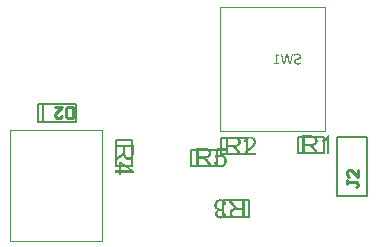
<source format=gm1>
G04*
G04 #@! TF.GenerationSoftware,Altium Limited,Altium Designer,21.6.4 (81)*
G04*
G04 Layer_Color=16711935*
%FSLAX44Y44*%
%MOMM*%
G71*
G04*
G04 #@! TF.SameCoordinates,8A05593B-3552-4C3B-B2EF-5CC55372FEEF*
G04*
G04*
G04 #@! TF.FilePolarity,Positive*
G04*
G01*
G75*
%ADD11C,0.1000*%
%ADD12C,0.2000*%
%ADD13C,0.2540*%
G36*
X232083Y202166D02*
X230737D01*
X228962Y209655D01*
X227118Y202166D01*
X225772D01*
X223498Y211195D01*
X224677D01*
X226494Y203609D01*
X228310Y211195D01*
X229531D01*
X231334Y203720D01*
X233151Y211195D01*
X234385D01*
X232083Y202166D01*
D02*
G37*
G36*
X220156Y210973D02*
X220211Y210751D01*
X220294Y210585D01*
X220378Y210446D01*
X220475Y210349D01*
X220544Y210279D01*
X220600Y210238D01*
X220613Y210224D01*
X220794Y210141D01*
X221016Y210071D01*
X221238Y210030D01*
X221459Y209988D01*
X221654Y209974D01*
X221820Y209960D01*
X221973D01*
Y209142D01*
X220336D01*
Y203082D01*
X221973D01*
Y202166D01*
X217576D01*
Y203082D01*
X219171D01*
Y211222D01*
X220114D01*
X220156Y210973D01*
D02*
G37*
G36*
X238143Y211347D02*
X238365Y211333D01*
X238795Y211250D01*
X238989Y211195D01*
X239169Y211125D01*
X239336Y211056D01*
X239488Y210987D01*
X239627Y210917D01*
X239738Y210848D01*
X239849Y210793D01*
X239932Y210723D01*
X240002Y210682D01*
X240043Y210640D01*
X240071Y210626D01*
X240085Y210612D01*
X240237Y210474D01*
X240362Y210321D01*
X240473Y210168D01*
X240570Y210002D01*
X240653Y209849D01*
X240723Y209697D01*
X240820Y209406D01*
X240889Y209156D01*
X240903Y209045D01*
X240917Y208948D01*
X240931Y208879D01*
Y208823D01*
Y208782D01*
Y208768D01*
X240917Y208574D01*
X240903Y208407D01*
X240875Y208241D01*
X240847Y208102D01*
X240820Y207991D01*
X240806Y207908D01*
X240778Y207852D01*
Y207839D01*
X240709Y207700D01*
X240639Y207561D01*
X240570Y207436D01*
X240501Y207339D01*
X240445Y207256D01*
X240390Y207187D01*
X240362Y207145D01*
X240348Y207131D01*
X240126Y206937D01*
X239918Y206785D01*
X239821Y206729D01*
X239752Y206688D01*
X239710Y206660D01*
X239696Y206646D01*
X239405Y206521D01*
X239266Y206466D01*
X239128Y206424D01*
X239017Y206382D01*
X238934Y206369D01*
X238864Y206341D01*
X238850D01*
X238670Y206285D01*
X238504Y206244D01*
X238351Y206216D01*
X238226Y206174D01*
X238129Y206147D01*
X238046Y206133D01*
X238004Y206119D01*
X237990D01*
X237727Y206063D01*
X237588Y206022D01*
X237477Y205994D01*
X237367Y205966D01*
X237283Y205952D01*
X237228Y205925D01*
X237214D01*
X237006Y205855D01*
X236840Y205772D01*
X236687Y205689D01*
X236576Y205606D01*
X236479Y205536D01*
X236423Y205467D01*
X236382Y205425D01*
X236368Y205412D01*
X236271Y205273D01*
X236201Y205134D01*
X236160Y204996D01*
X236118Y204857D01*
X236104Y204732D01*
X236091Y204635D01*
Y204566D01*
Y204538D01*
X236118Y204302D01*
X236174Y204080D01*
X236257Y203900D01*
X236340Y203734D01*
X236437Y203609D01*
X236521Y203512D01*
X236576Y203456D01*
X236604Y203442D01*
X236812Y203304D01*
X237061Y203207D01*
X237311Y203137D01*
X237547Y203096D01*
X237769Y203068D01*
X237866Y203054D01*
X237949Y203040D01*
X238115D01*
X238379Y203054D01*
X238642Y203082D01*
X238892Y203137D01*
X239114Y203193D01*
X239294Y203234D01*
X239447Y203290D01*
X239502Y203304D01*
X239544Y203318D01*
X239558Y203331D01*
X239571D01*
X239849Y203456D01*
X240098Y203595D01*
X240320Y203747D01*
X240528Y203886D01*
X240695Y204011D01*
X240806Y204108D01*
X240889Y204177D01*
X240903Y204205D01*
X241000D01*
Y202693D01*
X240542Y202499D01*
X240334Y202402D01*
X240126Y202333D01*
X239960Y202277D01*
X239821Y202236D01*
X239780Y202222D01*
X239738Y202208D01*
X239724Y202194D01*
X239710D01*
X239433Y202125D01*
X239156Y202083D01*
X238878Y202042D01*
X238615Y202028D01*
X238379Y202014D01*
X238282Y202000D01*
X238032D01*
X237741Y202014D01*
X237477Y202028D01*
X237242Y202069D01*
X237034Y202111D01*
X236881Y202139D01*
X236756Y202180D01*
X236687Y202194D01*
X236659Y202208D01*
X236451Y202291D01*
X236271Y202388D01*
X236104Y202499D01*
X235952Y202596D01*
X235841Y202680D01*
X235744Y202749D01*
X235688Y202804D01*
X235674Y202818D01*
X235536Y202957D01*
X235411Y203096D01*
X235314Y203248D01*
X235217Y203373D01*
X235161Y203498D01*
X235106Y203595D01*
X235078Y203650D01*
X235064Y203678D01*
X234995Y203872D01*
X234939Y204066D01*
X234898Y204247D01*
X234870Y204399D01*
X234856Y204538D01*
X234842Y204649D01*
Y204704D01*
Y204732D01*
X234856Y205037D01*
X234912Y205315D01*
X234981Y205550D01*
X235064Y205758D01*
X235147Y205925D01*
X235217Y206049D01*
X235272Y206119D01*
X235286Y206147D01*
X235466Y206355D01*
X235674Y206521D01*
X235910Y206674D01*
X236132Y206798D01*
X236326Y206882D01*
X236493Y206951D01*
X236562Y206979D01*
X236604Y206993D01*
X236631Y207006D01*
X236645D01*
X236784Y207048D01*
X236936Y207090D01*
X237089Y207131D01*
X237242Y207173D01*
X237367Y207201D01*
X237463Y207228D01*
X237533Y207242D01*
X237561D01*
X237755Y207298D01*
X237935Y207339D01*
X238102Y207381D01*
X238240Y207409D01*
X238351Y207436D01*
X238434Y207464D01*
X238490Y207478D01*
X238504D01*
X238712Y207547D01*
X238892Y207631D01*
X239044Y207714D01*
X239169Y207797D01*
X239266Y207866D01*
X239336Y207922D01*
X239377Y207963D01*
X239391Y207977D01*
X239488Y208116D01*
X239558Y208269D01*
X239613Y208421D01*
X239641Y208560D01*
X239669Y208698D01*
X239683Y208796D01*
Y208865D01*
Y208893D01*
X239655Y209114D01*
X239599Y209322D01*
X239516Y209503D01*
X239419Y209641D01*
X239336Y209766D01*
X239253Y209849D01*
X239197Y209905D01*
X239169Y209919D01*
X238961Y210058D01*
X238739Y210155D01*
X238517Y210224D01*
X238296Y210266D01*
X238102Y210307D01*
X237949Y210321D01*
X237810D01*
X237533Y210307D01*
X237283Y210279D01*
X237034Y210224D01*
X236826Y210168D01*
X236645Y210113D01*
X236507Y210058D01*
X236465Y210044D01*
X236423Y210030D01*
X236409Y210016D01*
X236396D01*
X236146Y209905D01*
X235938Y209794D01*
X235744Y209669D01*
X235591Y209572D01*
X235453Y209475D01*
X235369Y209406D01*
X235300Y209350D01*
X235286Y209336D01*
X235189D01*
Y210765D01*
X235633Y210959D01*
X235841Y211028D01*
X236035Y211098D01*
X236201Y211139D01*
X236340Y211181D01*
X236423Y211209D01*
X236451D01*
X236715Y211264D01*
X236964Y211292D01*
X237200Y211320D01*
X237422Y211347D01*
X237616D01*
X237769Y211361D01*
X237894D01*
X238143Y211347D01*
D02*
G37*
G36*
X198011Y141059D02*
X198196Y141036D01*
X198427Y141012D01*
X198682Y140966D01*
X198936Y140920D01*
X199538Y140758D01*
X200139Y140527D01*
X200440Y140388D01*
X200741Y140226D01*
X201019Y140017D01*
X201273Y139786D01*
X201296Y139763D01*
X201343Y139740D01*
X201389Y139647D01*
X201481Y139555D01*
X201597Y139439D01*
X201713Y139277D01*
X201829Y139115D01*
X201967Y138907D01*
X202199Y138467D01*
X202430Y137912D01*
X202523Y137634D01*
X202569Y137310D01*
X202615Y136986D01*
X202638Y136639D01*
Y136593D01*
Y136477D01*
X202615Y136292D01*
X202592Y136038D01*
X202546Y135760D01*
X202453Y135436D01*
X202361Y135089D01*
X202222Y134742D01*
X202199Y134695D01*
X202153Y134580D01*
X202060Y134395D01*
X201921Y134140D01*
X201736Y133862D01*
X201505Y133515D01*
X201227Y133168D01*
X200903Y132775D01*
X200857Y132729D01*
X200741Y132590D01*
X200625Y132474D01*
X200510Y132358D01*
X200371Y132219D01*
X200186Y132034D01*
X200000Y131849D01*
X199769Y131641D01*
X199538Y131410D01*
X199260Y131155D01*
X198959Y130900D01*
X198635Y130600D01*
X198265Y130299D01*
X197895Y129975D01*
X197872Y129952D01*
X197825Y129906D01*
X197733Y129836D01*
X197617Y129744D01*
X197478Y129605D01*
X197316Y129466D01*
X196946Y129165D01*
X196553Y128818D01*
X196182Y128471D01*
X195859Y128170D01*
X195720Y128054D01*
X195604Y127939D01*
X195581Y127915D01*
X195511Y127846D01*
X195419Y127754D01*
X195303Y127615D01*
X195187Y127453D01*
X195049Y127291D01*
X194771Y126897D01*
X202662D01*
Y125000D01*
X192041D01*
Y125023D01*
Y125116D01*
Y125254D01*
X192064Y125440D01*
X192087Y125648D01*
X192133Y125879D01*
X192179Y126111D01*
X192272Y126365D01*
Y126388D01*
X192295Y126412D01*
X192341Y126550D01*
X192434Y126759D01*
X192573Y127036D01*
X192758Y127360D01*
X192989Y127730D01*
X193244Y128101D01*
X193568Y128494D01*
Y128517D01*
X193614Y128540D01*
X193730Y128679D01*
X193938Y128887D01*
X194239Y129188D01*
X194586Y129535D01*
X195026Y129952D01*
X195558Y130415D01*
X196136Y130900D01*
X196159Y130924D01*
X196252Y130993D01*
X196391Y131109D01*
X196553Y131248D01*
X196761Y131433D01*
X197016Y131641D01*
X197270Y131872D01*
X197571Y132127D01*
X198149Y132682D01*
X198728Y133238D01*
X199006Y133515D01*
X199260Y133793D01*
X199492Y134047D01*
X199677Y134302D01*
Y134325D01*
X199723Y134348D01*
X199769Y134418D01*
X199815Y134510D01*
X199977Y134765D01*
X200163Y135066D01*
X200324Y135436D01*
X200487Y135829D01*
X200579Y136269D01*
X200625Y136685D01*
Y136708D01*
Y136732D01*
X200602Y136870D01*
X200579Y137102D01*
X200510Y137356D01*
X200417Y137680D01*
X200255Y138004D01*
X200047Y138328D01*
X199769Y138652D01*
X199723Y138699D01*
X199607Y138791D01*
X199445Y138907D01*
X199191Y139069D01*
X198867Y139208D01*
X198496Y139346D01*
X198057Y139439D01*
X197571Y139462D01*
X197432D01*
X197339Y139439D01*
X197062Y139416D01*
X196738Y139346D01*
X196391Y139254D01*
X195997Y139092D01*
X195627Y138884D01*
X195280Y138606D01*
X195234Y138560D01*
X195141Y138444D01*
X195002Y138259D01*
X194864Y137981D01*
X194702Y137657D01*
X194563Y137241D01*
X194470Y136778D01*
X194424Y136246D01*
X192411Y136454D01*
Y136477D01*
X192434Y136546D01*
Y136662D01*
X192457Y136824D01*
X192503Y137009D01*
X192550Y137218D01*
X192619Y137472D01*
X192689Y137727D01*
X192874Y138282D01*
X193151Y138837D01*
X193313Y139115D01*
X193521Y139393D01*
X193730Y139647D01*
X193961Y139879D01*
X193984Y139902D01*
X194031Y139925D01*
X194100Y139994D01*
X194216Y140064D01*
X194354Y140156D01*
X194517Y140249D01*
X194702Y140365D01*
X194933Y140480D01*
X195187Y140596D01*
X195465Y140712D01*
X195766Y140804D01*
X196090Y140897D01*
X196437Y140966D01*
X196807Y141036D01*
X197201Y141059D01*
X197617Y141082D01*
X197849D01*
X198011Y141059D01*
D02*
G37*
G36*
X184613Y140989D02*
X184821D01*
X185307Y140966D01*
X185816Y140897D01*
X186371Y140827D01*
X186880Y140712D01*
X187135Y140642D01*
X187343Y140573D01*
X187366D01*
X187390Y140550D01*
X187528Y140480D01*
X187737Y140388D01*
X187991Y140226D01*
X188269Y140017D01*
X188570Y139740D01*
X188847Y139416D01*
X189125Y139046D01*
Y139023D01*
X189148Y138999D01*
X189241Y138861D01*
X189333Y138629D01*
X189472Y138328D01*
X189588Y137981D01*
X189704Y137565D01*
X189773Y137125D01*
X189796Y136639D01*
Y136616D01*
Y136570D01*
Y136477D01*
X189773Y136361D01*
Y136199D01*
X189750Y136038D01*
X189657Y135644D01*
X189518Y135181D01*
X189333Y134695D01*
X189056Y134209D01*
X188871Y133978D01*
X188685Y133747D01*
X188662Y133723D01*
X188639Y133700D01*
X188570Y133631D01*
X188477Y133562D01*
X188361Y133469D01*
X188223Y133376D01*
X188037Y133261D01*
X187852Y133122D01*
X187621Y133006D01*
X187366Y132891D01*
X187089Y132752D01*
X186788Y132636D01*
X186441Y132543D01*
X186094Y132428D01*
X185700Y132358D01*
X185284Y132289D01*
X185330Y132266D01*
X185423Y132219D01*
X185562Y132127D01*
X185747Y132034D01*
X186163Y131780D01*
X186371Y131618D01*
X186556Y131479D01*
X186603Y131433D01*
X186719Y131317D01*
X186904Y131132D01*
X187135Y130900D01*
X187390Y130577D01*
X187690Y130230D01*
X187991Y129813D01*
X188315Y129350D01*
X191069Y125000D01*
X188431D01*
X186325Y128332D01*
Y128355D01*
X186279Y128401D01*
X186233Y128471D01*
X186163Y128563D01*
X186001Y128818D01*
X185793Y129142D01*
X185538Y129489D01*
X185284Y129859D01*
X185029Y130206D01*
X184798Y130530D01*
X184775Y130553D01*
X184705Y130646D01*
X184590Y130785D01*
X184428Y130947D01*
X184081Y131294D01*
X183895Y131456D01*
X183710Y131595D01*
X183687Y131618D01*
X183641Y131641D01*
X183548Y131687D01*
X183410Y131757D01*
X183271Y131826D01*
X183109Y131896D01*
X182738Y132011D01*
X182715D01*
X182669Y132034D01*
X182577D01*
X182461Y132058D01*
X182299Y132081D01*
X182114D01*
X181859Y132104D01*
X179129D01*
Y125000D01*
X177000D01*
Y129208D01*
X170766D01*
X169910Y124881D01*
X169933Y124904D01*
X169979Y124927D01*
X170049Y124973D01*
X170164Y125042D01*
X170303Y125112D01*
X170465Y125204D01*
X170835Y125390D01*
X171298Y125575D01*
X171807Y125737D01*
X172363Y125852D01*
X172640Y125899D01*
X173149D01*
X173288Y125876D01*
X173473Y125852D01*
X173682Y125829D01*
X173913Y125783D01*
X174167Y125714D01*
X174723Y125552D01*
X175024Y125436D01*
X175324Y125274D01*
X175625Y125112D01*
X175926Y124927D01*
X176204Y124695D01*
X176481Y124441D01*
X176505Y124418D01*
X176551Y124372D01*
X176620Y124302D01*
X176713Y124186D01*
X176829Y124024D01*
X176944Y123862D01*
X177083Y123654D01*
X177222Y123423D01*
X177338Y123168D01*
X177477Y122891D01*
X177592Y122567D01*
X177708Y122243D01*
X177800Y121896D01*
X177870Y121502D01*
X177916Y121109D01*
X177939Y120692D01*
Y120669D01*
Y120600D01*
Y120484D01*
X177916Y120322D01*
X177893Y120137D01*
X177870Y119929D01*
X177824Y119674D01*
X177777Y119420D01*
X177638Y118818D01*
X177407Y118193D01*
X177268Y117869D01*
X177083Y117569D01*
X176898Y117245D01*
X176667Y116944D01*
X176644Y116921D01*
X176597Y116851D01*
X176505Y116759D01*
X176389Y116643D01*
X176227Y116504D01*
X176042Y116319D01*
X175810Y116157D01*
X175556Y115972D01*
X175278Y115787D01*
X174954Y115625D01*
X174607Y115463D01*
X174237Y115301D01*
X173844Y115185D01*
X173404Y115093D01*
X172941Y115023D01*
X172455Y115000D01*
X172247D01*
X172085Y115023D01*
X171900Y115046D01*
X171692Y115069D01*
X171437Y115093D01*
X171183Y115162D01*
X170604Y115301D01*
X170026Y115509D01*
X169725Y115648D01*
X169424Y115810D01*
X169146Y115995D01*
X168869Y116203D01*
X168846Y116226D01*
X168799Y116250D01*
X168753Y116342D01*
X168660Y116435D01*
X168545Y116550D01*
X168429Y116689D01*
X168290Y116874D01*
X168174Y117083D01*
X168036Y117291D01*
X167897Y117545D01*
X167642Y118101D01*
X167434Y118749D01*
X167365Y119096D01*
X167318Y119466D01*
X169378Y119628D01*
Y119605D01*
Y119558D01*
X169401Y119489D01*
X169424Y119373D01*
X169493Y119119D01*
X169586Y118772D01*
X169725Y118425D01*
X169910Y118031D01*
X170141Y117684D01*
X170419Y117360D01*
X170465Y117337D01*
X170558Y117245D01*
X170743Y117129D01*
X170997Y116990D01*
X171275Y116851D01*
X171622Y116735D01*
X172016Y116643D01*
X172455Y116620D01*
X172594D01*
X172687Y116643D01*
X172964Y116666D01*
X173288Y116759D01*
X173682Y116874D01*
X174075Y117059D01*
X174492Y117337D01*
X174677Y117499D01*
X174862Y117684D01*
X174885Y117707D01*
X174908Y117730D01*
X174954Y117800D01*
X175024Y117869D01*
X175186Y118124D01*
X175371Y118448D01*
X175533Y118841D01*
X175695Y119327D01*
X175810Y119906D01*
X175857Y120206D01*
Y120530D01*
Y120554D01*
Y120600D01*
Y120692D01*
X175834Y120808D01*
Y120947D01*
X175810Y121109D01*
X175741Y121479D01*
X175625Y121919D01*
X175463Y122358D01*
X175232Y122775D01*
X174908Y123168D01*
Y123191D01*
X174862Y123215D01*
X174746Y123330D01*
X174538Y123492D01*
X174260Y123677D01*
X173890Y123839D01*
X173473Y124001D01*
X172987Y124117D01*
X172710Y124163D01*
X172270D01*
X172085Y124140D01*
X171854Y124117D01*
X171576Y124047D01*
X171298Y123978D01*
X170997Y123862D01*
X170697Y123724D01*
X170674Y123700D01*
X170581Y123654D01*
X170442Y123538D01*
X170257Y123423D01*
X170072Y123261D01*
X169887Y123053D01*
X169678Y122844D01*
X169517Y122590D01*
X167665Y122844D01*
X169216Y131082D01*
X177000D01*
Y141012D01*
X184428D01*
X184613Y140989D01*
D02*
G37*
G36*
X159613Y131267D02*
X159821D01*
X160307Y131244D01*
X160816Y131174D01*
X161371Y131105D01*
X161880Y130989D01*
X162135Y130920D01*
X162343Y130850D01*
X162367D01*
X162390Y130827D01*
X162528Y130758D01*
X162737Y130665D01*
X162991Y130503D01*
X163269Y130295D01*
X163570Y130017D01*
X163847Y129693D01*
X164125Y129323D01*
Y129300D01*
X164148Y129277D01*
X164241Y129138D01*
X164333Y128907D01*
X164472Y128606D01*
X164588Y128259D01*
X164704Y127842D01*
X164773Y127403D01*
X164796Y126917D01*
Y126894D01*
Y126847D01*
Y126755D01*
X164773Y126639D01*
Y126477D01*
X164750Y126315D01*
X164657Y125922D01*
X164518Y125459D01*
X164333Y124973D01*
X164056Y124487D01*
X163871Y124256D01*
X163685Y124024D01*
X163662Y124001D01*
X163639Y123978D01*
X163570Y123909D01*
X163477Y123839D01*
X163361Y123747D01*
X163223Y123654D01*
X163037Y123538D01*
X162852Y123400D01*
X162621Y123284D01*
X162367Y123168D01*
X162089Y123029D01*
X161788Y122914D01*
X161441Y122821D01*
X161094Y122705D01*
X160700Y122636D01*
X160284Y122567D01*
X160330Y122543D01*
X160423Y122497D01*
X160562Y122405D01*
X160747Y122312D01*
X161163Y122058D01*
X161371Y121896D01*
X161557Y121757D01*
X161603Y121710D01*
X161719Y121595D01*
X161904Y121410D01*
X162135Y121178D01*
X162390Y120854D01*
X162690Y120507D01*
X162991Y120091D01*
X163315Y119628D01*
X166069Y115278D01*
X163431D01*
X161325Y118610D01*
Y118633D01*
X161279Y118679D01*
X161233Y118749D01*
X161163Y118841D01*
X161001Y119096D01*
X160793Y119420D01*
X160538Y119767D01*
X160284Y120137D01*
X160029Y120484D01*
X159798Y120808D01*
X159775Y120831D01*
X159705Y120924D01*
X159590Y121062D01*
X159428Y121224D01*
X159081Y121572D01*
X158896Y121734D01*
X158710Y121872D01*
X158687Y121896D01*
X158641Y121919D01*
X158548Y121965D01*
X158410Y122034D01*
X158271Y122104D01*
X158109Y122173D01*
X157739Y122289D01*
X157715D01*
X157669Y122312D01*
X157577D01*
X157461Y122335D01*
X157299Y122358D01*
X157114D01*
X156859Y122381D01*
X154129D01*
Y115278D01*
X152000D01*
Y131290D01*
X159428D01*
X159613Y131267D01*
D02*
G37*
G36*
X264723Y126000D02*
X262756D01*
Y138518D01*
X262733Y138495D01*
X262617Y138403D01*
X262478Y138264D01*
X262247Y138102D01*
X261992Y137894D01*
X261668Y137662D01*
X261298Y137408D01*
X260882Y137153D01*
X260859D01*
X260835Y137130D01*
X260697Y137037D01*
X260465Y136922D01*
X260188Y136783D01*
X259864Y136621D01*
X259517Y136459D01*
X259169Y136297D01*
X258822Y136158D01*
Y138056D01*
X258846D01*
X258892Y138102D01*
X258984Y138125D01*
X259100Y138195D01*
X259239Y138264D01*
X259401Y138356D01*
X259794Y138588D01*
X260257Y138842D01*
X260720Y139166D01*
X261206Y139537D01*
X261692Y139930D01*
X261715Y139953D01*
X261738Y139976D01*
X261807Y140046D01*
X261900Y140115D01*
X262108Y140346D01*
X262386Y140624D01*
X262663Y140948D01*
X262964Y141318D01*
X263219Y141688D01*
X263450Y142082D01*
X264723D01*
Y126000D01*
D02*
G37*
G36*
X249613Y141989D02*
X249821D01*
X250307Y141966D01*
X250816Y141897D01*
X251371Y141827D01*
X251880Y141712D01*
X252135Y141642D01*
X252343Y141573D01*
X252366D01*
X252390Y141550D01*
X252528Y141480D01*
X252737Y141388D01*
X252991Y141226D01*
X253269Y141018D01*
X253570Y140740D01*
X253847Y140416D01*
X254125Y140046D01*
Y140022D01*
X254148Y139999D01*
X254241Y139860D01*
X254333Y139629D01*
X254472Y139328D01*
X254588Y138981D01*
X254704Y138565D01*
X254773Y138125D01*
X254796Y137639D01*
Y137616D01*
Y137570D01*
Y137477D01*
X254773Y137361D01*
Y137199D01*
X254750Y137037D01*
X254657Y136644D01*
X254518Y136181D01*
X254333Y135695D01*
X254056Y135210D01*
X253871Y134978D01*
X253685Y134747D01*
X253662Y134724D01*
X253639Y134700D01*
X253570Y134631D01*
X253477Y134562D01*
X253361Y134469D01*
X253223Y134376D01*
X253037Y134261D01*
X252852Y134122D01*
X252621Y134006D01*
X252366Y133890D01*
X252089Y133752D01*
X251788Y133636D01*
X251441Y133543D01*
X251094Y133428D01*
X250700Y133358D01*
X250284Y133289D01*
X250330Y133266D01*
X250423Y133219D01*
X250562Y133127D01*
X250747Y133034D01*
X251163Y132780D01*
X251371Y132618D01*
X251557Y132479D01*
X251603Y132433D01*
X251719Y132317D01*
X251904Y132132D01*
X252135Y131901D01*
X252390Y131577D01*
X252690Y131229D01*
X252991Y130813D01*
X253315Y130350D01*
X256069Y126000D01*
X253431D01*
X251325Y129332D01*
Y129355D01*
X251279Y129402D01*
X251233Y129471D01*
X251163Y129564D01*
X251001Y129818D01*
X250793Y130142D01*
X250538Y130489D01*
X250284Y130859D01*
X250029Y131206D01*
X249798Y131530D01*
X249775Y131553D01*
X249705Y131646D01*
X249590Y131785D01*
X249428Y131947D01*
X249081Y132294D01*
X248895Y132456D01*
X248710Y132595D01*
X248687Y132618D01*
X248641Y132641D01*
X248548Y132687D01*
X248410Y132757D01*
X248271Y132826D01*
X248109Y132895D01*
X247739Y133011D01*
X247715D01*
X247669Y133034D01*
X247577D01*
X247461Y133057D01*
X247299Y133081D01*
X247114D01*
X246859Y133104D01*
X244129D01*
Y126000D01*
X242000D01*
Y142013D01*
X249428D01*
X249613Y141989D01*
D02*
G37*
G36*
X99012Y126572D02*
X98989Y126387D01*
Y126179D01*
X98966Y125693D01*
X98897Y125184D01*
X98827Y124629D01*
X98712Y124120D01*
X98642Y123865D01*
X98573Y123657D01*
Y123634D01*
X98550Y123610D01*
X98480Y123472D01*
X98388Y123263D01*
X98226Y123009D01*
X98018Y122731D01*
X97740Y122430D01*
X97416Y122153D01*
X97046Y121875D01*
X97022D01*
X96999Y121852D01*
X96861Y121759D01*
X96629Y121667D01*
X96328Y121528D01*
X95981Y121412D01*
X95565Y121297D01*
X95125Y121227D01*
X94639Y121204D01*
X94616D01*
X94570D01*
X94477D01*
X94361Y121227D01*
X94199D01*
X94038Y121250D01*
X93644Y121343D01*
X93181Y121482D01*
X92695Y121667D01*
X92210Y121944D01*
X91978Y122129D01*
X91747Y122315D01*
X91723Y122338D01*
X91700Y122361D01*
X91631Y122430D01*
X91562Y122523D01*
X91469Y122639D01*
X91376Y122777D01*
X91261Y122963D01*
X91122Y123148D01*
X91006Y123379D01*
X90891Y123634D01*
X90752Y123911D01*
X90636Y124212D01*
X90543Y124559D01*
X90428Y124906D01*
X90358Y125300D01*
X90289Y125716D01*
X90266Y125670D01*
X90219Y125577D01*
X90127Y125438D01*
X90034Y125253D01*
X89780Y124837D01*
X89618Y124629D01*
X89479Y124443D01*
X89433Y124397D01*
X89317Y124282D01*
X89132Y124096D01*
X88900Y123865D01*
X88577Y123610D01*
X88230Y123310D01*
X87813Y123009D01*
X87350Y122685D01*
X83000Y119931D01*
Y122569D01*
X86332Y124675D01*
X86355D01*
X86402Y124721D01*
X86471Y124767D01*
X86564Y124837D01*
X86818Y124999D01*
X87142Y125207D01*
X87489Y125462D01*
X87859Y125716D01*
X88206Y125971D01*
X88530Y126202D01*
X88553Y126225D01*
X88646Y126295D01*
X88785Y126410D01*
X88947Y126572D01*
X89294Y126919D01*
X89456Y127105D01*
X89595Y127290D01*
X89618Y127313D01*
X89641Y127359D01*
X89687Y127452D01*
X89757Y127590D01*
X89826Y127729D01*
X89895Y127891D01*
X90011Y128261D01*
Y128285D01*
X90034Y128331D01*
Y128423D01*
X90057Y128539D01*
X90081Y128701D01*
Y128886D01*
X90104Y129141D01*
Y131871D01*
X83000D01*
Y134000D01*
X99012D01*
Y126572D01*
D02*
G37*
G36*
Y112018D02*
Y110421D01*
X88646D01*
Y108246D01*
X86841D01*
Y110421D01*
X83000D01*
Y112388D01*
X86841D01*
Y119353D01*
X88646D01*
X99012Y112018D01*
D02*
G37*
G36*
X172938Y87977D02*
X173123Y87954D01*
X173332Y87931D01*
X173563Y87884D01*
X173818Y87838D01*
X174373Y87699D01*
X174951Y87468D01*
X175252Y87329D01*
X175530Y87167D01*
X175807Y86959D01*
X176085Y86750D01*
X176108Y86727D01*
X176154Y86681D01*
X176224Y86612D01*
X176293Y86519D01*
X176409Y86403D01*
X176525Y86241D01*
X176664Y86079D01*
X176802Y85871D01*
X176941Y85640D01*
X177080Y85408D01*
X177335Y84853D01*
X177543Y84205D01*
X177612Y83858D01*
X177659Y83488D01*
X175692Y83233D01*
Y83256D01*
X175669Y83303D01*
X175646Y83395D01*
X175622Y83511D01*
X175599Y83650D01*
X175553Y83812D01*
X175437Y84159D01*
X175275Y84575D01*
X175067Y84969D01*
X174836Y85339D01*
X174558Y85663D01*
X174512Y85686D01*
X174419Y85779D01*
X174234Y85894D01*
X174003Y86010D01*
X173725Y86149D01*
X173378Y86264D01*
X172984Y86357D01*
X172568Y86380D01*
X172429D01*
X172337Y86357D01*
X172082Y86334D01*
X171758Y86264D01*
X171388Y86149D01*
X170994Y85987D01*
X170601Y85756D01*
X170231Y85431D01*
X170185Y85385D01*
X170069Y85246D01*
X169930Y85038D01*
X169745Y84761D01*
X169560Y84413D01*
X169421Y84020D01*
X169305Y83557D01*
X169259Y83048D01*
Y83025D01*
Y82979D01*
Y82909D01*
X169282Y82817D01*
X169305Y82562D01*
X169375Y82261D01*
X169467Y81891D01*
X169629Y81521D01*
X169861Y81151D01*
X170161Y80804D01*
X170208Y80757D01*
X170323Y80665D01*
X170508Y80526D01*
X170763Y80364D01*
X171087Y80202D01*
X171480Y80063D01*
X171920Y79971D01*
X172406Y79924D01*
X172614D01*
X172776Y79948D01*
X172984Y79971D01*
X173216Y80017D01*
X173493Y80063D01*
X173794Y80133D01*
X173563Y78397D01*
X173447D01*
X173355Y78420D01*
X173054D01*
X172799Y78374D01*
X172498Y78328D01*
X172151Y78258D01*
X171758Y78143D01*
X171388Y77981D01*
X170994Y77772D01*
X170971D01*
X170948Y77749D01*
X170833Y77657D01*
X170671Y77495D01*
X170485Y77287D01*
X170300Y76986D01*
X170138Y76639D01*
X170023Y76245D01*
X169976Y76014D01*
Y75759D01*
Y75736D01*
Y75713D01*
Y75574D01*
X170023Y75389D01*
X170069Y75135D01*
X170161Y74857D01*
X170277Y74556D01*
X170462Y74255D01*
X170717Y73977D01*
X170740Y73954D01*
X170856Y73862D01*
X171018Y73746D01*
X171226Y73607D01*
X171504Y73492D01*
X171828Y73376D01*
X172198Y73283D01*
X172614Y73260D01*
X172799D01*
X173008Y73306D01*
X173285Y73353D01*
X173586Y73445D01*
X173887Y73561D01*
X174211Y73746D01*
X174512Y73977D01*
X174535Y74001D01*
X174627Y74116D01*
X174766Y74278D01*
X174928Y74510D01*
X175090Y74811D01*
X175252Y75181D01*
X175391Y75620D01*
X175483Y76129D01*
X177450Y75782D01*
Y75759D01*
X177427Y75690D01*
X177404Y75597D01*
X177381Y75458D01*
X177335Y75297D01*
X177265Y75111D01*
X177126Y74672D01*
X176895Y74163D01*
X176617Y73654D01*
X176270Y73168D01*
X175831Y72728D01*
X175807Y72705D01*
X175761Y72682D01*
X175692Y72635D01*
X175599Y72566D01*
X175483Y72474D01*
X175322Y72381D01*
X175159Y72288D01*
X174951Y72173D01*
X174489Y71988D01*
X173956Y71802D01*
X173332Y71687D01*
X173008Y71640D01*
X172429D01*
X172175Y71664D01*
X171874Y71710D01*
X171504Y71779D01*
X171087Y71895D01*
X170671Y72034D01*
X170254Y72219D01*
X170231D01*
X170208Y72242D01*
X170069Y72312D01*
X169861Y72450D01*
X169629Y72612D01*
X169352Y72844D01*
X169074Y73098D01*
X168796Y73399D01*
X168565Y73746D01*
X168542Y73792D01*
X168472Y73908D01*
X168380Y74116D01*
X168264Y74371D01*
X168148Y74672D01*
X168056Y75019D01*
X167986Y75412D01*
X167963Y75806D01*
Y75852D01*
Y75991D01*
X167986Y76176D01*
X168033Y76430D01*
X168102Y76731D01*
X168218Y77055D01*
X168357Y77379D01*
X168542Y77703D01*
X168565Y77749D01*
X168634Y77842D01*
X168773Y78004D01*
X168958Y78189D01*
X169190Y78397D01*
X169467Y78629D01*
X169791Y78837D01*
X170185Y79045D01*
X170161D01*
X170115Y79068D01*
X170046Y79091D01*
X169953Y79114D01*
X169699Y79207D01*
X169375Y79346D01*
X169004Y79531D01*
X168634Y79762D01*
X168287Y80063D01*
X167963Y80410D01*
X167940Y80457D01*
X167847Y80595D01*
X167709Y80827D01*
X167570Y81128D01*
X167431Y81498D01*
X167292Y81938D01*
X167200Y82446D01*
X167176Y83002D01*
Y83025D01*
Y83094D01*
Y83210D01*
X167200Y83349D01*
X167223Y83534D01*
X167269Y83742D01*
X167315Y83974D01*
X167362Y84228D01*
X167547Y84784D01*
X167686Y85084D01*
X167824Y85362D01*
X168009Y85663D01*
X168218Y85964D01*
X168449Y86264D01*
X168727Y86542D01*
X168750Y86565D01*
X168796Y86612D01*
X168889Y86681D01*
X169004Y86774D01*
X169143Y86889D01*
X169328Y87005D01*
X169537Y87144D01*
X169791Y87260D01*
X170046Y87398D01*
X170347Y87537D01*
X170647Y87653D01*
X170994Y87769D01*
X171365Y87861D01*
X171758Y87931D01*
X172151Y87977D01*
X172591Y88000D01*
X172799D01*
X172938Y87977D01*
D02*
G37*
G36*
X193000Y71710D02*
X185572D01*
X185387Y71733D01*
X185179D01*
X184693Y71756D01*
X184184Y71826D01*
X183629Y71895D01*
X183120Y72011D01*
X182865Y72080D01*
X182657Y72150D01*
X182634D01*
X182610Y72173D01*
X182472Y72242D01*
X182263Y72335D01*
X182009Y72497D01*
X181731Y72705D01*
X181430Y72983D01*
X181153Y73306D01*
X180875Y73677D01*
Y73700D01*
X180852Y73723D01*
X180759Y73862D01*
X180667Y74093D01*
X180528Y74394D01*
X180412Y74741D01*
X180296Y75158D01*
X180227Y75597D01*
X180204Y76083D01*
Y76106D01*
Y76153D01*
Y76245D01*
X180227Y76361D01*
Y76523D01*
X180250Y76685D01*
X180343Y77078D01*
X180482Y77541D01*
X180667Y78027D01*
X180944Y78513D01*
X181129Y78744D01*
X181315Y78976D01*
X181338Y78999D01*
X181361Y79022D01*
X181430Y79091D01*
X181523Y79161D01*
X181639Y79253D01*
X181777Y79346D01*
X181963Y79462D01*
X182148Y79600D01*
X182379Y79716D01*
X182634Y79832D01*
X182911Y79971D01*
X183212Y80086D01*
X183559Y80179D01*
X183906Y80295D01*
X184300Y80364D01*
X184716Y80433D01*
X184670Y80457D01*
X184577Y80503D01*
X184438Y80595D01*
X184253Y80688D01*
X183837Y80942D01*
X183629Y81104D01*
X183443Y81243D01*
X183397Y81290D01*
X183281Y81405D01*
X183096Y81590D01*
X182865Y81822D01*
X182610Y82146D01*
X182310Y82493D01*
X182009Y82909D01*
X181685Y83372D01*
X178931Y87722D01*
X181569D01*
X183675Y84390D01*
Y84367D01*
X183721Y84321D01*
X183767Y84251D01*
X183837Y84159D01*
X183999Y83904D01*
X184207Y83580D01*
X184462Y83233D01*
X184716Y82863D01*
X184971Y82516D01*
X185202Y82192D01*
X185225Y82169D01*
X185295Y82076D01*
X185410Y81938D01*
X185572Y81776D01*
X185919Y81428D01*
X186105Y81266D01*
X186290Y81128D01*
X186313Y81104D01*
X186359Y81081D01*
X186452Y81035D01*
X186590Y80966D01*
X186729Y80896D01*
X186891Y80827D01*
X187261Y80711D01*
X187285D01*
X187331Y80688D01*
X187423D01*
X187539Y80665D01*
X187701Y80642D01*
X187886D01*
X188141Y80618D01*
X190871D01*
Y87722D01*
X193000D01*
Y71710D01*
D02*
G37*
%LPC*%
G36*
X184173Y139231D02*
X179129D01*
Y133932D01*
X183895D01*
X184173Y133955D01*
X184497Y133978D01*
X184867Y134001D01*
X185238Y134047D01*
X185608Y134117D01*
X185932Y134209D01*
X185978Y134233D01*
X186071Y134279D01*
X186210Y134348D01*
X186395Y134441D01*
X186603Y134580D01*
X186811Y134742D01*
X187019Y134950D01*
X187181Y135181D01*
X187204Y135204D01*
X187251Y135297D01*
X187320Y135436D01*
X187413Y135621D01*
X187482Y135829D01*
X187551Y136061D01*
X187598Y136338D01*
X187621Y136616D01*
Y136639D01*
Y136662D01*
X187598Y136801D01*
X187575Y137009D01*
X187528Y137287D01*
X187413Y137565D01*
X187274Y137889D01*
X187066Y138189D01*
X186788Y138490D01*
X186742Y138513D01*
X186626Y138606D01*
X186441Y138722D01*
X186140Y138861D01*
X185793Y138999D01*
X185330Y139115D01*
X184798Y139208D01*
X184173Y139231D01*
D02*
G37*
G36*
X159173Y129508D02*
X154129D01*
Y124209D01*
X158896D01*
X159173Y124233D01*
X159497Y124256D01*
X159867Y124279D01*
X160238Y124325D01*
X160608Y124395D01*
X160932Y124487D01*
X160978Y124510D01*
X161071Y124557D01*
X161210Y124626D01*
X161395Y124719D01*
X161603Y124857D01*
X161811Y125019D01*
X162019Y125228D01*
X162181Y125459D01*
X162204Y125482D01*
X162251Y125575D01*
X162320Y125714D01*
X162413Y125899D01*
X162482Y126107D01*
X162552Y126338D01*
X162598Y126616D01*
X162621Y126894D01*
Y126917D01*
Y126940D01*
X162598Y127079D01*
X162575Y127287D01*
X162528Y127565D01*
X162413Y127842D01*
X162274Y128166D01*
X162066Y128467D01*
X161788Y128768D01*
X161742Y128791D01*
X161626Y128884D01*
X161441Y128999D01*
X161140Y129138D01*
X160793Y129277D01*
X160330Y129393D01*
X159798Y129485D01*
X159173Y129508D01*
D02*
G37*
G36*
X249173Y140231D02*
X244129D01*
Y134932D01*
X248895D01*
X249173Y134955D01*
X249497Y134978D01*
X249867Y135001D01*
X250238Y135048D01*
X250608Y135117D01*
X250932Y135210D01*
X250978Y135233D01*
X251071Y135279D01*
X251210Y135348D01*
X251395Y135441D01*
X251603Y135580D01*
X251811Y135742D01*
X252019Y135950D01*
X252181Y136181D01*
X252204Y136205D01*
X252251Y136297D01*
X252320Y136436D01*
X252413Y136621D01*
X252482Y136829D01*
X252552Y137061D01*
X252598Y137338D01*
X252621Y137616D01*
Y137639D01*
Y137662D01*
X252598Y137801D01*
X252575Y138009D01*
X252528Y138287D01*
X252413Y138565D01*
X252274Y138889D01*
X252066Y139190D01*
X251788Y139490D01*
X251742Y139513D01*
X251626Y139606D01*
X251441Y139722D01*
X251140Y139860D01*
X250793Y139999D01*
X250330Y140115D01*
X249798Y140208D01*
X249173Y140231D01*
D02*
G37*
G36*
X97231Y131871D02*
X91932D01*
Y127105D01*
X91955Y126827D01*
X91978Y126503D01*
X92001Y126133D01*
X92048Y125762D01*
X92117Y125392D01*
X92210Y125068D01*
X92233Y125022D01*
X92279Y124929D01*
X92348Y124790D01*
X92441Y124605D01*
X92580Y124397D01*
X92742Y124189D01*
X92950Y123981D01*
X93181Y123819D01*
X93204Y123795D01*
X93297Y123749D01*
X93436Y123680D01*
X93621Y123587D01*
X93829Y123518D01*
X94061Y123448D01*
X94338Y123402D01*
X94616Y123379D01*
X94639D01*
X94662D01*
X94801Y123402D01*
X95009Y123425D01*
X95287Y123472D01*
X95565Y123587D01*
X95889Y123726D01*
X96189Y123934D01*
X96490Y124212D01*
X96513Y124258D01*
X96606Y124374D01*
X96722Y124559D01*
X96861Y124860D01*
X96999Y125207D01*
X97115Y125670D01*
X97208Y126202D01*
X97231Y126827D01*
Y131871D01*
D02*
G37*
G36*
X88646Y117432D02*
Y112388D01*
X95819D01*
X88646Y117432D01*
D02*
G37*
G36*
X190871Y78790D02*
X186105D01*
X185827Y78767D01*
X185503Y78744D01*
X185133Y78721D01*
X184762Y78675D01*
X184392Y78605D01*
X184068Y78513D01*
X184022Y78490D01*
X183929Y78443D01*
X183790Y78374D01*
X183605Y78281D01*
X183397Y78143D01*
X183189Y77981D01*
X182981Y77772D01*
X182819Y77541D01*
X182796Y77518D01*
X182749Y77425D01*
X182680Y77287D01*
X182587Y77101D01*
X182518Y76893D01*
X182449Y76662D01*
X182402Y76384D01*
X182379Y76106D01*
Y76083D01*
Y76060D01*
X182402Y75921D01*
X182425Y75713D01*
X182472Y75435D01*
X182587Y75158D01*
X182726Y74834D01*
X182934Y74533D01*
X183212Y74232D01*
X183258Y74209D01*
X183374Y74116D01*
X183559Y74001D01*
X183860Y73862D01*
X184207Y73723D01*
X184670Y73607D01*
X185202Y73515D01*
X185827Y73492D01*
X190871D01*
Y78790D01*
D02*
G37*
%LPD*%
D11*
X261000Y146000D02*
Y221000D01*
Y244000D01*
Y251000D01*
X203000D02*
X261000D01*
X172000D02*
X203000D01*
X172000Y154000D02*
Y251000D01*
Y146000D02*
Y154000D01*
Y146000D02*
X241000D01*
X261000D01*
X-6000Y147000D02*
X19000D01*
X-6000Y53000D02*
Y147000D01*
Y53000D02*
X72000D01*
Y147000D01*
X19000D02*
X72000D01*
D12*
X148000Y116000D02*
Y130000D01*
Y116000D02*
X170000D01*
Y130000D01*
X148000D02*
X170000D01*
X173000Y126000D02*
Y140000D01*
Y126000D02*
X195000D01*
Y140000D01*
X173000D02*
X195000D01*
X238000Y127000D02*
Y141000D01*
Y127000D02*
X260000D01*
Y141000D01*
X238000D02*
X260000D01*
X271500Y90500D02*
Y140500D01*
X296500D01*
Y90500D02*
Y140500D01*
X271500Y90500D02*
X296500D01*
X84000Y138000D02*
X98000D01*
X84000Y116000D02*
Y138000D01*
Y116000D02*
X98000D01*
Y138000D01*
X22030Y153380D02*
Y168620D01*
X46160Y153380D02*
X49970D01*
Y168620D01*
X18250D02*
X49970D01*
X18250Y153380D02*
Y168620D01*
Y153380D02*
X49970D01*
X197000Y73000D02*
Y87000D01*
X175000D02*
X197000D01*
X175000Y73000D02*
Y87000D01*
Y73000D02*
X197000D01*
D13*
X279963Y104038D02*
Y101039D01*
Y102538D01*
X287460D01*
X288960Y101039D01*
Y99539D01*
X287460Y98040D01*
X288960Y113035D02*
Y107037D01*
X282962Y113035D01*
X281462D01*
X279963Y111536D01*
Y108537D01*
X281462Y107037D01*
X47430Y157083D02*
Y166080D01*
X42931D01*
X41432Y164580D01*
Y158582D01*
X42931Y157083D01*
X47430D01*
X32435Y166080D02*
X38433D01*
X32435Y160082D01*
Y158582D01*
X33934Y157083D01*
X36933D01*
X38433Y158582D01*
M02*

</source>
